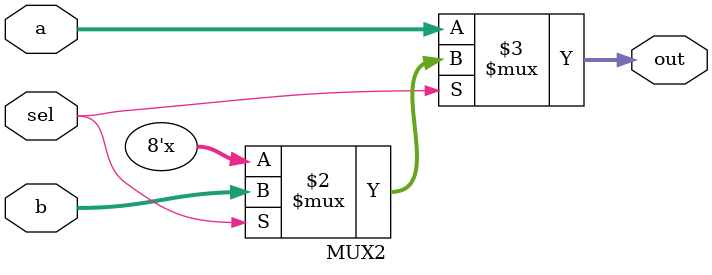
<source format=v>

module MUX2(a, b, sel, out);

parameter size = 8;

input[size-1:0] a, b;
input sel;
output[size-1:0] out;

assign out = (!sel) ? a:
					  (sel) ? b:
					  {size{1'bx}};

endmodule

</source>
